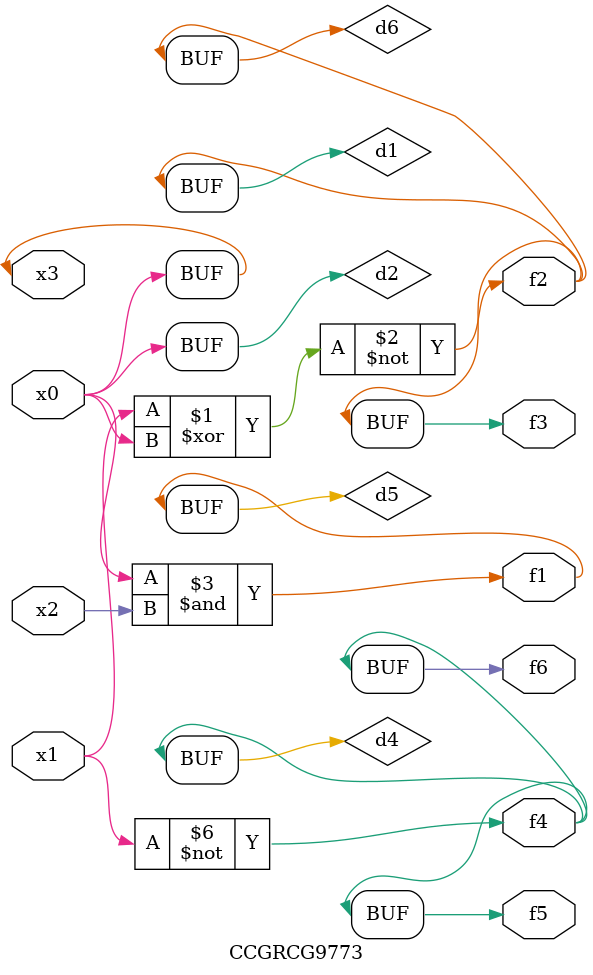
<source format=v>
module CCGRCG9773(
	input x0, x1, x2, x3,
	output f1, f2, f3, f4, f5, f6
);

	wire d1, d2, d3, d4, d5, d6;

	xnor (d1, x1, x3);
	buf (d2, x0, x3);
	nand (d3, x0, x2);
	not (d4, x1);
	nand (d5, d3);
	or (d6, d1);
	assign f1 = d5;
	assign f2 = d6;
	assign f3 = d6;
	assign f4 = d4;
	assign f5 = d4;
	assign f6 = d4;
endmodule

</source>
